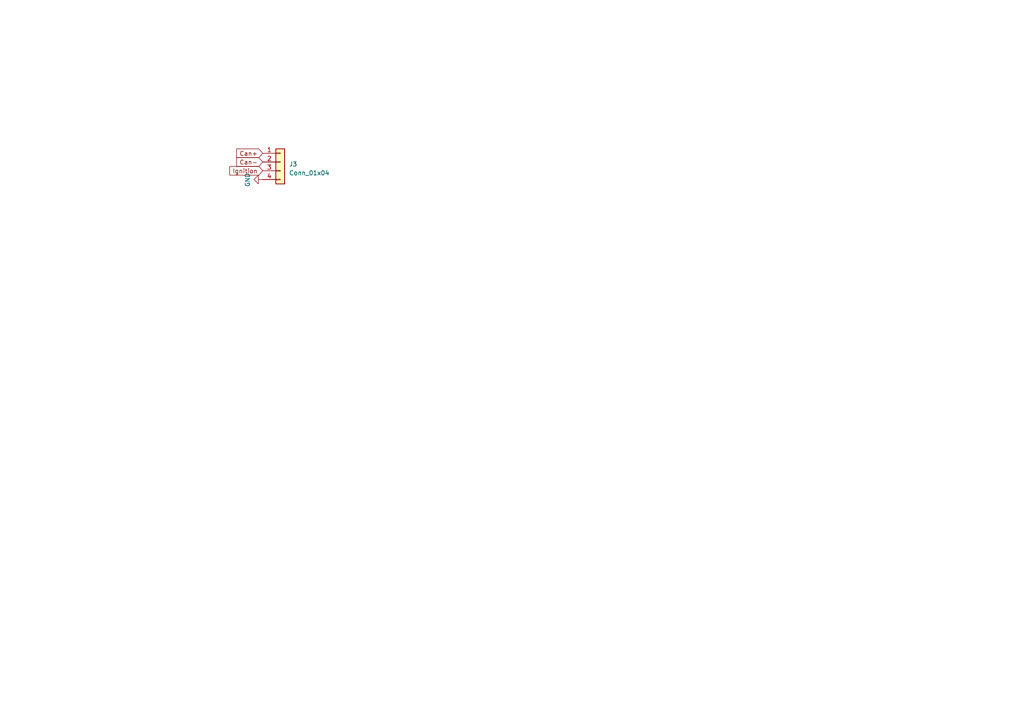
<source format=kicad_sch>
(kicad_sch (version 20230121) (generator eeschema)
  (paper "A4")
  (lib_symbols
    (symbol "Connector_Generic:Conn_01x04" (pin_names (offset 1.016) hide)
      (property "Reference" "J" (at 0 5.08 0))
      (property "Value" "Conn_01x04" (at 0 -7.62 0))
      (symbol "Conn_01x04_1_1"
        (rectangle (start -1.27 -4.953) (end 0 -5.207) (stroke (width 0.1524)))
        (rectangle (start -1.27 -2.413) (end 0 -2.667) (stroke (width 0.1524)))
        (rectangle (start -1.27 0.127) (end 0 -0.127) (stroke (width 0.1524)))
        (rectangle (start -1.27 2.667) (end 0 2.413) (stroke (width 0.1524)))
        (rectangle (start -1.27 3.81) (end 1.27 -6.35) (stroke (width 0.254)) (fill (type background)))
        (pin passive line (at -5.08 2.54 0) (length 3.81) (name "Pin_1") (number "1"))
        (pin passive line (at -5.08 0 0) (length 3.81) (name "Pin_2") (number "2"))
        (pin passive line (at -5.08 -2.54 0) (length 3.81) (name "Pin_3") (number "3"))
        (pin passive line (at -5.08 -5.08 0) (length 3.81) (name "Pin_4") (number "4"))
      )
    )
    (symbol "power:GND" (power) (pin_names (offset 0))
      (property "Value" "GND" (at 0 -3.81 0))
      (symbol "GND_0_1"
        (polyline (pts (xy 0 0) (xy 0 -1.27) (xy 1.27 -1.27) (xy 0 -2.54) (xy -1.27 -1.27) (xy 0 -1.27)))
      )
      (symbol "GND_1_1"
        (pin power_in line (at 0 0 270) (length 0) hide (name "GND") (number "1"))
      )
    )
  )
  (global_label "Ignition" (shape input) (at 76.2 49.53 180) (property "Intersheetrefs" "${INTERSHEET_REFS}" (effects hide)))
  (global_label "Can-" (shape input) (at 76.2 46.99 180) (property "Intersheetrefs" "${INTERSHEET_REFS}" (effects hide)))
  (global_label "Can+" (shape input) (at 76.2 44.45 180) (property "Intersheetrefs" "${INTERSHEET_REFS}" (effects hide)))
  (symbol (lib_id "power:GND") (at 76.2 52.07 270) (unit 1)
    (property "Reference" "#PWR018" (effects hide))
    (property "Value" "GND" (at 71.8058 52.197 0))
    (instances (project "Power Module Rev 4" (path "" (reference "#PWR018") (unit 1))) (project "Power Module Rev 5" (path "" (reference "#PWR016") (unit 1)) (path "" (reference "#PWR079") (unit 1))) (project "Switch Panel Rev 1" (path "" (reference "#PWR08") (unit 1)) (path "" (reference "#PWR061") (unit 1))))
  )
  (symbol (lib_id "Connector_Generic:Conn_01x04") (at 81.28 46.99 0) (unit 1)
    (property "Reference" "J3" (at 83.82 47.625 0) (effects (justify left)))
    (property "Value" "Conn_01x04" (at 83.82 50.165 0) (effects (justify left)))
    (property "Footprint" "MyKiCadLibraries:Tie Wrap Connector" (effects hide))
  )
)
</source>
